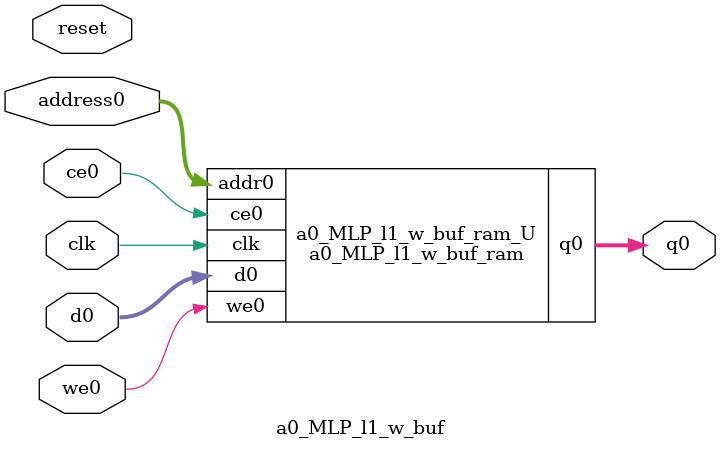
<source format=v>
`timescale 1 ns / 1 ps
module a0_MLP_l1_w_buf_ram (addr0, ce0, d0, we0, q0,  clk);

parameter DWIDTH = 8;
parameter AWIDTH = 17;
parameter MEM_SIZE = 78400;

input[AWIDTH-1:0] addr0;
input ce0;
input[DWIDTH-1:0] d0;
input we0;
output reg[DWIDTH-1:0] q0;
input clk;

(* ram_style = "block" *)reg [DWIDTH-1:0] ram[0:MEM_SIZE-1];




always @(posedge clk)  
begin 
    if (ce0) 
    begin
        if (we0) 
        begin 
            ram[addr0] <= d0; 
        end 
        q0 <= ram[addr0];
    end
end


endmodule

`timescale 1 ns / 1 ps
module a0_MLP_l1_w_buf(
    reset,
    clk,
    address0,
    ce0,
    we0,
    d0,
    q0);

parameter DataWidth = 32'd8;
parameter AddressRange = 32'd78400;
parameter AddressWidth = 32'd17;
input reset;
input clk;
input[AddressWidth - 1:0] address0;
input ce0;
input we0;
input[DataWidth - 1:0] d0;
output[DataWidth - 1:0] q0;



a0_MLP_l1_w_buf_ram a0_MLP_l1_w_buf_ram_U(
    .clk( clk ),
    .addr0( address0 ),
    .ce0( ce0 ),
    .we0( we0 ),
    .d0( d0 ),
    .q0( q0 ));

endmodule


</source>
